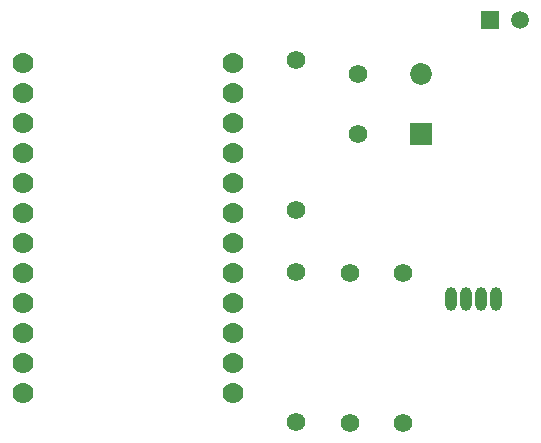
<source format=gtl>
G04*
G04 #@! TF.GenerationSoftware,Altium Limited,Altium Designer,23.7.1 (13)*
G04*
G04 Layer_Physical_Order=1*
G04 Layer_Color=255*
%FSLAX25Y25*%
%MOIN*%
G70*
G04*
G04 #@! TF.SameCoordinates,F93C5CF8-F1E6-457C-8DD9-1DD3DA4D7B1B*
G04*
G04*
G04 #@! TF.FilePolarity,Positive*
G04*
G01*
G75*
%ADD16C,0.07000*%
%ADD22O,0.03937X0.07874*%
%ADD23O,0.03937X0.07874*%
%ADD24C,0.06200*%
%ADD25C,0.05906*%
%ADD26R,0.05906X0.05906*%
%ADD27C,0.07284*%
%ADD28R,0.07284X0.07284*%
D16*
X88000Y-153500D02*
D03*
Y-143500D02*
D03*
Y-133500D02*
D03*
Y-123500D02*
D03*
Y-113500D02*
D03*
Y-103500D02*
D03*
Y-93500D02*
D03*
Y-83500D02*
D03*
Y-73500D02*
D03*
Y-63500D02*
D03*
Y-53500D02*
D03*
Y-43500D02*
D03*
X18000Y-153500D02*
D03*
Y-143500D02*
D03*
Y-133500D02*
D03*
Y-123500D02*
D03*
Y-113500D02*
D03*
Y-103500D02*
D03*
Y-93500D02*
D03*
Y-83500D02*
D03*
Y-73500D02*
D03*
Y-63500D02*
D03*
Y-53500D02*
D03*
Y-43500D02*
D03*
D22*
X160500Y-122000D02*
D03*
X170500D02*
D03*
X175500D02*
D03*
D23*
X165500D02*
D03*
D24*
X109000Y-163000D02*
D03*
Y-113000D02*
D03*
Y-42500D02*
D03*
Y-92500D02*
D03*
X127000Y-163500D02*
D03*
Y-113500D02*
D03*
X129500Y-47000D02*
D03*
Y-67000D02*
D03*
X144500Y-163500D02*
D03*
Y-113500D02*
D03*
D25*
X183500Y-29000D02*
D03*
D26*
X173500D02*
D03*
D27*
X150500Y-47000D02*
D03*
D28*
Y-67000D02*
D03*
M02*

</source>
